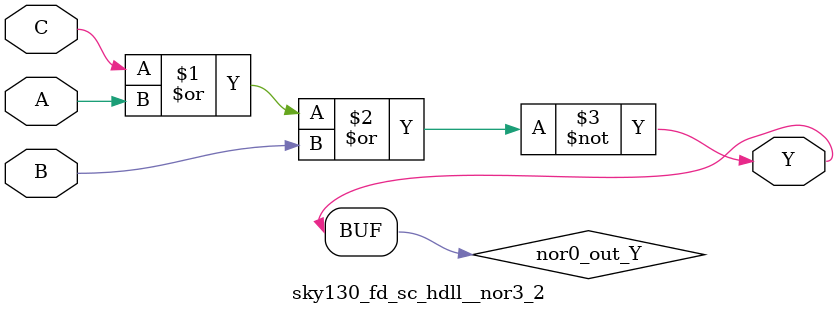
<source format=v>
/*
 * Copyright 2020 The SkyWater PDK Authors
 *
 * Licensed under the Apache License, Version 2.0 (the "License");
 * you may not use this file except in compliance with the License.
 * You may obtain a copy of the License at
 *
 *     https://www.apache.org/licenses/LICENSE-2.0
 *
 * Unless required by applicable law or agreed to in writing, software
 * distributed under the License is distributed on an "AS IS" BASIS,
 * WITHOUT WARRANTIES OR CONDITIONS OF ANY KIND, either express or implied.
 * See the License for the specific language governing permissions and
 * limitations under the License.
 *
 * SPDX-License-Identifier: Apache-2.0
*/


`ifndef SKY130_FD_SC_HDLL__NOR3_2_FUNCTIONAL_V
`define SKY130_FD_SC_HDLL__NOR3_2_FUNCTIONAL_V

/**
 * nor3: 3-input NOR.
 *
 *       Y = !(A | B | C | !D)
 *
 * Verilog simulation functional model.
 */

`timescale 1ns / 1ps
`default_nettype none

`celldefine
module sky130_fd_sc_hdll__nor3_2 (
    Y,
    A,
    B,
    C
);

    // Module ports
    output Y;
    input  A;
    input  B;
    input  C;

    // Local signals
    wire nor0_out_Y;

    //  Name  Output      Other arguments
    nor nor0 (nor0_out_Y, C, A, B        );
    buf buf0 (Y         , nor0_out_Y     );

endmodule
`endcelldefine

`default_nettype wire
`endif  // SKY130_FD_SC_HDLL__NOR3_2_FUNCTIONAL_V

</source>
